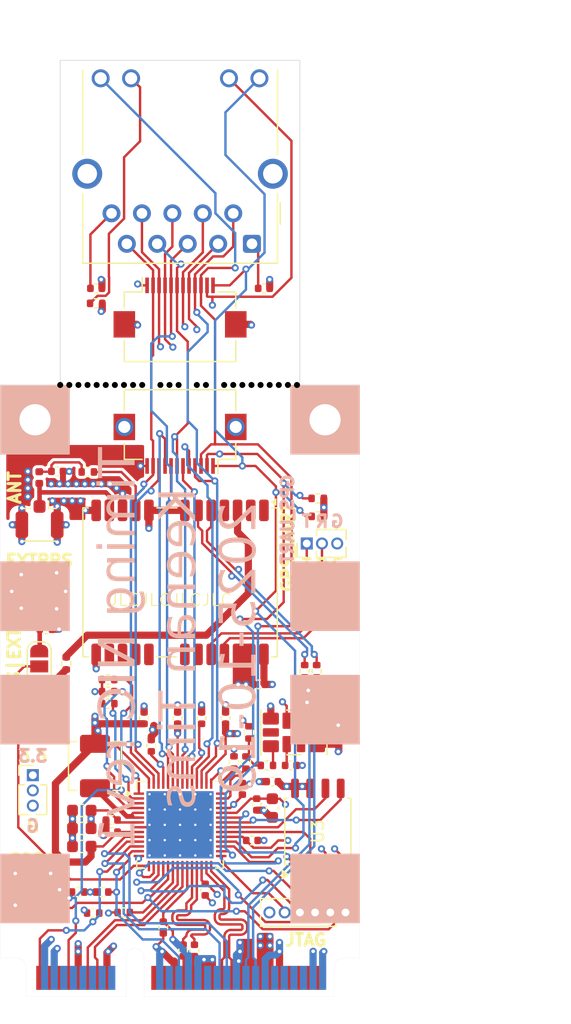
<source format=kicad_pcb>
(kicad_pcb
	(version 20241229)
	(generator "pcbnew")
	(generator_version "9.0")
	(general
		(thickness 1.0412)
		(legacy_teardrops no)
	)
	(paper "A4")
	(title_block
		(title "Timing NIC")
		(date "2025-05-26")
		(rev "1")
	)
	(layers
		(0 "F.Cu" signal)
		(4 "In1.Cu" signal)
		(6 "In2.Cu" signal)
		(2 "B.Cu" signal)
		(9 "F.Adhes" user "F.Adhesive")
		(11 "B.Adhes" user "B.Adhesive")
		(13 "F.Paste" user)
		(15 "B.Paste" user)
		(5 "F.SilkS" user "F.Silkscreen")
		(7 "B.SilkS" user "B.Silkscreen")
		(1 "F.Mask" user)
		(3 "B.Mask" user)
		(17 "Dwgs.User" user "User.Drawings")
		(19 "Cmts.User" user "User.Comments")
		(21 "Eco1.User" user "User.Eco1")
		(23 "Eco2.User" user "User.Eco2")
		(25 "Edge.Cuts" user)
		(27 "Margin" user)
		(31 "F.CrtYd" user "F.Courtyard")
		(29 "B.CrtYd" user "B.Courtyard")
		(35 "F.Fab" user)
		(33 "B.Fab" user)
		(39 "User.1" user)
		(41 "User.2" user)
		(43 "User.3" user)
		(45 "User.4" user)
	)
	(setup
		(stackup
			(layer "F.SilkS"
				(type "Top Silk Screen")
			)
			(layer "F.Paste"
				(type "Top Solder Paste")
			)
			(layer "F.Mask"
				(type "Top Solder Mask")
				(thickness 0.01)
			)
			(layer "F.Cu"
				(type "copper")
				(thickness 0.035)
			)
			(layer "dielectric 1"
				(type "prepreg")
				(thickness 0.2104)
				(material "FR4")
				(epsilon_r 4.5)
				(loss_tangent 0.02)
			)
			(layer "In1.Cu"
				(type "copper")
				(thickness 0.0152)
			)
			(layer "dielectric 2"
				(type "core")
				(thickness 0.5)
				(material "FR4")
				(epsilon_r 4.5)
				(loss_tangent 0.02)
			)
			(layer "In2.Cu"
				(type "copper")
				(thickness 0.0152)
			)
			(layer "dielectric 3"
				(type "prepreg")
				(thickness 0.2104)
				(material "FR4")
				(epsilon_r 4.5)
				(loss_tangent 0.02)
			)
			(layer "B.Cu"
				(type "copper")
				(thickness 0.035)
			)
			(layer "B.Mask"
				(type "Bottom Solder Mask")
				(thickness 0.01)
			)
			(layer "B.Paste"
				(type "Bottom Solder Paste")
			)
			(layer "B.SilkS"
				(type "Bottom Silk Screen")
			)
			(copper_finish "ENIG")
			(dielectric_constraints no)
			(edge_connector yes)
		)
		(pad_to_mask_clearance 0)
		(allow_soldermask_bridges_in_footprints no)
		(tenting front back)
		(grid_origin 35 29.05)
		(pcbplotparams
			(layerselection 0x00000000_00000000_55555555_5755f5ff)
			(plot_on_all_layers_selection 0x00000000_00000000_00000000_00000000)
			(disableapertmacros no)
			(usegerberextensions no)
			(usegerberattributes yes)
			(usegerberadvancedattributes yes)
			(creategerberjobfile yes)
			(dashed_line_dash_ratio 12.000000)
			(dashed_line_gap_ratio 3.000000)
			(svgprecision 4)
			(plotframeref no)
			(mode 1)
			(useauxorigin no)
			(hpglpennumber 1)
			(hpglpenspeed 20)
			(hpglpendiameter 15.000000)
			(pdf_front_fp_property_popups yes)
			(pdf_back_fp_property_popups yes)
			(pdf_metadata yes)
			(pdf_single_document no)
			(dxfpolygonmode yes)
			(dxfimperialunits yes)
			(dxfusepcbnewfont yes)
			(psnegative no)
			(psa4output no)
			(plot_black_and_white yes)
			(sketchpadsonfab no)
			(plotpadnumbers no)
			(hidednponfab no)
			(sketchdnponfab yes)
			(crossoutdnponfab yes)
			(subtractmaskfromsilk no)
			(outputformat 1)
			(mirror no)
			(drillshape 1)
			(scaleselection 1)
			(outputdirectory "")
		)
	)
	(net 0 "")
	(net 1 "+3V3")
	(net 2 "GND")
	(net 3 "VDD_A")
	(net 4 "/minipcie/PER0_N")
	(net 5 "/PE_Tx_N")
	(net 6 "/minipcie/PER0_P")
	(net 7 "/PE_Tx_P")
	(net 8 "Net-(J1-Pin_2)")
	(net 9 "Net-(J1-Pin_3)")
	(net 10 "Net-(J1-Pin_5)")
	(net 11 "Net-(J1-Pin_4)")
	(net 12 "Net-(J5-In)")
	(net 13 "Net-(L1-Pad2)")
	(net 14 "Net-(U1-RBIAS)")
	(net 15 "Net-(U1-~ULP_WAKE)")
	(net 16 "Net-(U1-~LAN_DISABLE)")
	(net 17 "Net-(U1-LAN_PWR_GOOD)")
	(net 18 "/minipcie/USB_DN")
	(net 19 "/minipcie/USB_DP")
	(net 20 "Net-(U1-PHY_CAL)")
	(net 21 "Net-(U2-VCC_RF)")
	(net 22 "Net-(U2-TIMEPULSE)")
	(net 23 "/minipcie/~{WAKE}")
	(net 24 "Net-(U1-SPI_DIN{slash}AUX_PWR)")
	(net 25 "/minipcie/PET0_P")
	(net 26 "/minipcie/REFCLK_P")
	(net 27 "/SMB_CLK")
	(net 28 "Net-(U1-~SPI_CS{slash}PCIE_ENA)")
	(net 29 "/minipcie/~{PERST}")
	(net 30 "/minipcie/REFCLK_N")
	(net 31 "/minipcie/~{CLKREQ}")
	(net 32 "/SMB_DATA")
	(net 33 "Net-(U1-XTAL_IN)")
	(net 34 "unconnected-(U1-XTAL_OUT-Pad40)")
	(net 35 "Net-(U1-SPI_DOUT{slash}SEC_ENA)")
	(net 36 "Net-(U1-SPI_CLK)")
	(net 37 "/minipcie/PET0_N")
	(net 38 "unconnected-(U2-SCL{slash}SPI_CLK-Pad19)")
	(net 39 "+1V5")
	(net 40 "unconnected-(U2-SDA{slash}~{SPI_CS}-Pad18)")
	(net 41 "unconnected-(U2-~{SAFEBOOT}-Pad1)")
	(net 42 "unconnected-(U4-UIM_PWR-Pad8)")
	(net 43 "unconnected-(U4-Reserved-Pad47)")
	(net 44 "unconnected-(U4-~{LED_WWAN}-Pad42)")
	(net 45 "unconnected-(U4-Reserved-Pad45)")
	(net 46 "unconnected-(U2-EXTINT-Pad4)")
	(net 47 "unconnected-(U2-RESERVED-Pad15)")
	(net 48 "unconnected-(U2-RESERVED-Pad17)")
	(net 49 "unconnected-(U2-RESERVED-Pad16)")
	(net 50 "unconnected-(U2-D_SEL-Pad2)")
	(net 51 "unconnected-(U4-~{LED_WPAN}-Pad46)")
	(net 52 "unconnected-(U4-~{LED_WLAN}-Pad44)")
	(net 53 "unconnected-(U4-COEX1-Pad3)")
	(net 54 "unconnected-(U4-Reserved-Pad51)")
	(net 55 "unconnected-(U2-LNA_EN-Pad14)")
	(net 56 "unconnected-(U4-UIM_RESET-Pad14)")
	(net 57 "unconnected-(U4-UIM_C4-Pad19)")
	(net 58 "unconnected-(U4-UIM_C8-Pad17)")
	(net 59 "unconnected-(U4-Reserved-Pad49)")
	(net 60 "unconnected-(U4-UIM_CLK-Pad12)")
	(net 61 "unconnected-(U4-UIM_VPP-Pad16)")
	(net 62 "unconnected-(U4-UIM_DATA-Pad10)")
	(net 63 "unconnected-(U4-COEX2-Pad5)")
	(net 64 "unconnected-(U4-~{W_DISABLE}-Pad20)")
	(net 65 "Net-(Y1-OUT)")
	(net 66 "/MDI_D_P")
	(net 67 "/MDI_C_N")
	(net 68 "/MDI_C_P")
	(net 69 "/MDI_B_P")
	(net 70 "/MDI_D_N")
	(net 71 "/MDI_A_N")
	(net 72 "/MDI_A_P")
	(net 73 "/MDI_B_N")
	(net 74 "/USB_T_DN")
	(net 75 "/USB_T_DP")
	(net 76 "Net-(Y1-FILTER)")
	(net 77 "unconnected-(Y1-VC-Pad1)")
	(net 78 "unconnected-(Y1-Pad5)")
	(net 79 "unconnected-(Y1-Pad8)")
	(net 80 "unconnected-(Y1-Pad10)")
	(net 81 "unconnected-(Y1-Pad2)")
	(net 82 "SDP1")
	(net 83 "PPS_IN")
	(net 84 "Net-(C23-Pad1)")
	(net 85 "Net-(J2-Pin_1)")
	(net 86 "/LED_G_A")
	(net 87 "/LED_G_K")
	(net 88 "Net-(R2-Pad2)")
	(net 89 "Net-(C24-Pad1)")
	(net 90 "Net-(C25-Pad1)")
	(net 91 "Net-(J6-PadP13)")
	(net 92 "/LED_Y_A")
	(net 93 "Net-(J2-Pin_3)")
	(net 94 "/GPS_UART_RX")
	(net 95 "/GPS_UART_TX")
	(net 96 "unconnected-(J10-Pin_2-Pad2)")
	(footprint "Capacitor_SMD:C_0402_1005Metric" (layer "F.Cu") (at 42.6 59.1 90))
	(footprint "Capacitor_SMD:C_0402_1005Metric" (layer "F.Cu") (at 51.6 54))
	(footprint "projlib:NPTH-0.5" (layer "F.Cu") (at 46.4 29.05))
	(footprint "projlib:NPTH-0.5" (layer "F.Cu") (at 48.68 29.05))
	(footprint "Capacitor_SMD:C_0402_1005Metric" (layer "F.Cu") (at 58.2 58.5 90))
	(footprint "projlib:NPTH-0.5" (layer "F.Cu") (at 41.84 29.05))
	(footprint "Package_SO:SOIC-8_5.3x5.3mm_P1.27mm" (layer "F.Cu") (at 56.5 66.25 90))
	(footprint "Connector_PinHeader_1.27mm:PinHeader_1x03_P1.27mm_Vertical" (layer "F.Cu") (at 55.574 42.258 90))
	(footprint "Capacitor_SMD:C_0603_1608Metric" (layer "F.Cu") (at 36.8 64.5 180))
	(footprint "Capacitor_SMD:C_0402_1005Metric" (layer "F.Cu") (at 50.2 62.7 90))
	(footprint "Resistor_SMD:R_0402_1005Metric" (layer "F.Cu") (at 36.5 71.3 180))
	(footprint "Connector_FFC-FPC:Hirose_FH12-12S-0.5SH_1x12-1MP_P0.50mm_Horizontal" (layer "F.Cu") (at 45 22.6))
	(footprint "projlib:NPTH-0.5" (layer "F.Cu") (at 44.88 29.05))
	(footprint "projlib:Crystal_SMD_5032-10Pin_5.0x3.2mm" (layer "F.Cu") (at 54.5 58 180))
	(footprint "Resistor_SMD:R_0402_1005Metric" (layer "F.Cu") (at 37.75 73.05))
	(footprint "Capacitor_SMD:C_0402_1005Metric" (layer "F.Cu") (at 39.3 65.3 180))
	(footprint "Resistor_SMD:R_0402_1005Metric" (layer "F.Cu") (at 55.4 52.9 90))
	(footprint "Resistor_SMD:R_0402_1005Metric" (layer "F.Cu") (at 38 22.25 180))
	(footprint "projlib:NPTH-0.5" (layer "F.Cu") (at 54.76 29.05))
	(footprint "projlib:NPTH-0.5" (layer "F.Cu") (at 35 29.05))
	(footprint "Resistor_SMD:R_0402_1005Metric" (layer "F.Cu") (at 39 53.6))
	(footprint "Connector_PinHeader_1.27mm:PinHeader_1x06_P1.27mm_Vertical" (layer "F.Cu") (at 58.81 73 -90))
	(footprint "projlib:NPTH-0.5" (layer "F.Cu") (at 41.08 29.05))
	(footprint "projlib:NPTH-0.5" (layer "F.Cu") (at 47.16 29.05))
	(footprint "Capacitor_SMD:C_0402_1005Metric" (layer "F.Cu") (at 39.3 66.3 180))
	(footprint "Capacitor_SMD:C_0402_1005Metric" (layer "F.Cu") (at 45.26 76.17 90))
	(footprint "Capacitor_SMD:C_0603_1608Metric" (layer "F.Cu") (at 36.8 67.5 180))
	(footprint "Connector_Coaxial:U.FL_Hirose_U.FL-R-SMT-1_Vertical" (layer "F.Cu") (at 33.25 46.75 90))
	(footprint "projlib:NPTH-0.5" (layer "F.Cu") (at 38.04 29.05))
	(footprint "projlib:NPTH-0.5" (layer "F.Cu") (at 37.28 29.05))
	(footprint "projlib:NPTH-0.5" (layer "F.Cu") (at 35.76 29.05))
	(footprint "Connector_PinHeader_1.27mm:PinHeader_1x03_P1.27mm_Vertical" (layer "F.Cu") (at 32.714 61.562))
	(footprint "Capacitor_SMD:C_0402_1005Metric" (layer "F.Cu") (at 47.1 71.1 -90))
	(footprint "Resistor_SMD:R_0402_1005Metric" (layer "F.Cu") (at 52.25 60.75 180))
	(footprint "Resistor_SMD:R_0402_1005Metric" (layer "F.Cu") (at 35.5 52.25 -90))
	(footprint "Capacitor_SMD:C_0402_1005Metric" (layer "F.Cu") (at 46.8 56.8 90))
	(footprint "projlib:NPTH-0.5" (layer "F.Cu") (at 38.8 29.05))
	(footprint "projlib:NPTH-0.5" (layer "F.Cu") (at 40.32 29.05))
	(footprint "projlib:NPTH-0.5" (layer "F.Cu") (at 44.12 29.05))
	(footprint "projlib:NPTH-0.5" (layer "F.Cu") (at 50.96 29.05))
	(footprint "Capacitor_SMD:C_0402_1005Metric" (layer "F.Cu") (at 52 21))
	(footprint "Resistor_SMD:R_0402_1005Metric" (layer "F.Cu") (at 37.3 36.3 180))
	(footprint "Capacitor_SMD:C_0402_1005Metric" (layer "F.Cu") (at 44.8 56.8 90))
	(footprint "Resistor_SMD:R_0402_1005Metric" (layer "F.Cu") (at 56.5 40 180))
	(footprint "Capacitor_SMD:C_0402_1005Metric" (layer "F.Cu") (at 52.7 62.1 180))
	(footprint "projlib:NPTH-0.5" (layer "F.Cu") (at 54 29.05))
	(footprint "Inductor_SMD:L_Changjiang_FXL0420" (layer "F.Cu") (at 37.9 60.8 -90))
	(footprint "Capacitor_SMD:C_0402_1005Metric" (layer "F.Cu") (at 43.6 74.25 -90))
	(footprint "Resistor_SMD:R_0402_1005Metric" (layer "F.Cu") (at 33.8 49.4))
	(footprint "Inductor_SMD:L_0402_1005Metric" (layer "F.Cu") (at 33.25 36.765 -90))
	(footprint "projlib:NPTH-0.5"
		(layer "F.Cu")
		(uuid "97da4b49-60fc-462d-974f-6c1199b34e14")
		(at 39.56 29.05)
		(property "Reference" "REF**"
			(at 0 -0.5 0)
			(unlocked yes)
			(layer "F.SilkS")
			(hide yes)
			(uuid "8f513912-aa4a-43f6-96b7-94cdb8ed2ef5")
			(effects
				(font
					(size 1 1)
					(thickness 0.1)
				)
			)
		)
		(property "Value" "Untitled"
			(at 0 1 0)
			(unlocked yes)
			(layer "F.Fab")
			(hide yes)
			(uuid "bd91f594-939d-442c-a2d8-c13c69224926")
			(effects
				(font
					(size 1 1)
					(thickness 0.15)
				)
			)
		)
		(property "Datasheet" ""
			(at 0 0 0)
			(unlocked yes)
			(layer "F.Fab")
			(hide yes)
			(uuid "81c03339-7183-4551-be55-daec2f028c54")
			(effects
				(font
					(size 1 1)
					(thickness 0.15)
				)
			)
		)
		(property "Description" ""
			(at 0 0 0)
			(unlocked yes)
			(layer "F.Fab")
			(hide yes)
			(uuid "e4ef7e22-8301-45d6-be88-c3ec37febbe8")
			(effects
				(font
					(size 1 1)
					(thickness 0.15)
				)
			)
		)
		(attr through_hole board_only exclude_from_pos_files exclude_from_bom)
		(fp_text user "${REFERENCE}"
			(at 0 2.5 0)
			(unlocked yes)
			(layer "F.Fab")
			(uuid "e7550342-1df3-4360-b19f-a8f29e44f6c8")
			(effects
				(font
					(size 1 1)
					(thickness 0.15)
				)
			)
		)
		(pad "" np_thru_hole circle
			(at 0 0 180)
			(size 0.5 0.5)
			(d
... [786994 chars truncated]
</source>
